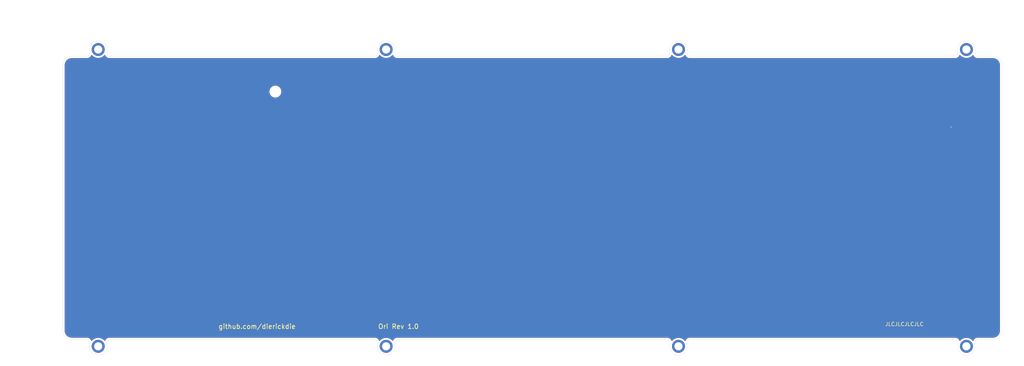
<source format=kicad_pcb>
(kicad_pcb (version 20171130) (host pcbnew "(5.1.10-1-10_14)")
  (layers (0 F.Cu signal) (31 B.Cu signal) (34 B.Paste user) (35 F.Paste user) (36 B.SilkS user) (37 F.SilkS user) (38 B.Mask user) (39 F.Mask user) (44 Edge.Cuts user))
  (net 0 "")
  (net 1 GND)
  (net 2 "Net-(D1-Pad1)")
  (module Keeb_footprints:D_SOD-123_modified (layer F.Cu) (at 389.36137 59.51884 180)
    (fp_text reference D1)
    (fp_text value DIODE)
    (pad 2 smd roundrect (at 1.65 0 180) (size 1 1.2) (layers F.Cu F.Paste F.Mask) (net 1 GND))
    (pad 1 smd roundrect (at -1.65 0 180) (size 1 1.2) (layers F.Cu F.Paste F.Mask) (net 2 "Net-(D1-Pad1)"))
  )
  (module random-keyboard-parts:Generic-Mounthole (layer F.Cu) (at 203.623474 49.993944)
    (fp_text reference H12)
    (fp_text value MountingHole)
    (pad "" np_thru_hole circle (at 0 0) (size 2.2 2.2) (drill 2.2) (layers *.Cu *.Mask))
  )
  (module random-keyboard-parts:Generic-Mounthole (layer F.Cu) (at 311.970354 118.454889)
    (fp_text reference H6)
    (fp_text value MountingHole)
    (pad 1 thru_hole circle (at 0 0) (size 3.5 3.5) (drill 2.2) (layers *.Cu *.Mask))
  )
  (module random-keyboard-parts:Generic-Mounthole (layer F.Cu) (at 311.970354 38.682951)
    (fp_text reference H5)
    (fp_text value MountingHole)
    (pad 1 thru_hole circle (at 0 0) (size 3.5 3.5) (drill 2.2) (layers *.Cu *.Mask))
  )
  (module random-keyboard-parts:Generic-Mounthole (layer F.Cu) (at 233.389042 118.454889)
    (fp_text reference H4)
    (fp_text value MountingHole)
    (pad 1 thru_hole circle (at 0 0) (size 3.5 3.5) (drill 2.2) (layers *.Cu *.Mask))
  )
  (module random-keyboard-parts:Generic-Mounthole (layer F.Cu) (at 233.389042 38.682951)
    (fp_text reference H3)
    (fp_text value MountingHole)
    (pad 1 thru_hole circle (at 0 0) (size 3.5 3.5) (drill 2.2) (layers *.Cu *.Mask))
  )
  (module random-keyboard-parts:Generic-Mounthole (layer F.Cu) (at 155.998322 118.454889)
    (fp_text reference H2)
    (fp_text value MountingHole)
    (pad 1 thru_hole circle (at 0 0) (size 3.5 3.5) (drill 2.2) (layers *.Cu *.Mask))
  )
  (module random-keyboard-parts:Generic-Mounthole (layer F.Cu) (at 155.998322 38.683016)
    (fp_text reference H1)
    (fp_text value MountingHole)
    (pad 1 thru_hole circle (at 0 0) (size 3.5 3.5) (drill 2.2) (layers *.Cu *.Mask))
  )
  (module Keeb_footprints:MX100_outline (layer F.Cu) (at 389.36137 69.04388)
    (fp_text reference U53)
    (fp_text value HOLE)
  )
  (module Keeb_footprints:MX100_outline (layer F.Cu) (at 389.33601 107.1567)
    (fp_text reference U61)
    (fp_text value HOLE)
  )
  (module Keeb_footprints:MX100_outline (layer F.Cu) (at 389.33601 50.00646)
    (fp_text reference U49)
    (fp_text value HOLE)
  )
  (module random-keyboard-parts:Generic-Mounthole (layer F.Cu) (at 389.360818 38.683016)
    (fp_text reference H7)
    (fp_text value MountingHole)
    (pad 1 thru_hole circle (at 0 0) (size 3.5 3.5) (drill 2.2) (layers *.Cu *.Mask))
  )
  (module Keeb_footprints:MX100_outline (layer F.Cu) (at 389.361002 88.10662)
    (fp_text reference U57)
    (fp_text value HOLE)
  )
  (module random-keyboard-parts:Generic-Mounthole (layer F.Cu) (at 389.360818 118.454824)
    (fp_text reference H8)
    (fp_text value MountingHole)
    (pad 1 thru_hole circle (at 0 0) (size 3.5 3.5) (drill 2.2) (layers *.Cu *.Mask))
  )
  (module Keeb_footprints:MX100_outline (layer F.Cu) (at 365.52341 107.1567)
    (fp_text reference U48)
    (fp_text value HOLE)
  )
  (module Keeb_footprints:MX100_outline (layer F.Cu) (at 346.47333 107.16)
    (fp_text reference U47)
    (fp_text value HOLE)
  )
  (module Keeb_footprints:MX100_outline (layer F.Cu) (at 327.42325 107.1567)
    (fp_text reference U46)
    (fp_text value HOLE)
  )
  (module Keeb_footprints:MX100_outline (layer F.Cu) (at 308.37317 107.1567)
    (fp_text reference U45)
    (fp_text value HOLE)
  )
  (module Keeb_footprints:MX100_outline (layer F.Cu) (at 289.32309 107.1567)
    (fp_text reference U44)
    (fp_text value HOLE)
  )
  (module Keeb_footprints:MX100_outline (layer F.Cu) (at 270.27301 107.1567)
    (fp_text reference U43)
    (fp_text value HOLE)
  )
  (module Keeb_footprints:MX100_outline (layer F.Cu) (at 251.22293 107.1567)
    (fp_text reference U42)
    (fp_text value HOLE)
  )
  (module Keeb_footprints:MX100_outline (layer F.Cu) (at 251.22293 88.10662)
    (fp_text reference U30)
    (fp_text value HOLE)
  )
  (module Keeb_footprints:MX100_outline (layer F.Cu) (at 232.17285 88.10662)
    (fp_text reference U29)
    (fp_text value HOLE)
  )
  (module Keeb_footprints:MX100_outline (layer F.Cu) (at 213.12277 88.10662)
    (fp_text reference U28)
    (fp_text value HOLE)
  )
  (module Keeb_footprints:MX100_outline (layer F.Cu) (at 194.07269 88.10662)
    (fp_text reference U27)
    (fp_text value HOLE)
  )
  (module Keeb_footprints:MX100_outline (layer F.Cu) (at 175.02261 88.10662)
    (fp_text reference U26)
    (fp_text value HOLE)
  )
  (module Keeb_footprints:MX100_outline (layer F.Cu) (at 155.97253 88.10662)
    (fp_text reference U25)
    (fp_text value HOLE)
  )
  (module Keeb_footprints:MX100_outline (layer F.Cu) (at 365.52341 69.05654)
    (fp_text reference U24)
    (fp_text value HOLE)
  )
  (module Keeb_footprints:MX100_outline (layer F.Cu) (at 232.17285 107.1567)
    (fp_text reference U41)
    (fp_text value HOLE)
  )
  (module Keeb_footprints:MX100_outline (layer F.Cu) (at 213.12277 107.1567)
    (fp_text reference U40)
    (fp_text value HOLE)
  )
  (module Keeb_footprints:MX100_outline (layer F.Cu) (at 194.07269 107.1567)
    (fp_text reference U39)
    (fp_text value HOLE)
  )
  (module Keeb_footprints:MX100_outline (layer F.Cu) (at 175.02261 107.1567)
    (fp_text reference U38)
    (fp_text value HOLE)
  )
  (module Keeb_footprints:MX100_outline (layer F.Cu) (at 155.97253 107.1567)
    (fp_text reference U37)
    (fp_text value HOLE)
  )
  (module Keeb_footprints:MX100_outline (layer F.Cu) (at 365.52341 88.10662)
    (fp_text reference U36)
    (fp_text value HOLE)
  )
  (module Keeb_footprints:MX100_outline (layer F.Cu) (at 346.47333 88.10662)
    (fp_text reference U35)
    (fp_text value HOLE)
  )
  (module Keeb_footprints:MX100_outline (layer F.Cu) (at 327.42325 88.10662)
    (fp_text reference U34)
    (fp_text value HOLE)
  )
  (module Keeb_footprints:MX100_outline (layer F.Cu) (at 308.37317 88.10662)
    (fp_text reference U33)
    (fp_text value HOLE)
  )
  (module Keeb_footprints:MX100_outline (layer F.Cu) (at 289.32309 88.10662)
    (fp_text reference U32)
    (fp_text value HOLE)
  )
  (module Keeb_footprints:MX100_outline (layer F.Cu) (at 270.27301 88.10662)
    (fp_text reference U31)
    (fp_text value HOLE)
  )
  (module Keeb_footprints:MX100_outline (layer F.Cu) (at 346.47333 69.05654)
    (fp_text reference U23)
    (fp_text value HOLE)
  )
  (module Keeb_footprints:MX100_outline (layer F.Cu) (at 327.42325 69.05654)
    (fp_text reference U22)
    (fp_text value HOLE)
  )
  (module Keeb_footprints:MX100_outline (layer F.Cu) (at 308.37317 69.05654)
    (fp_text reference U21)
    (fp_text value HOLE)
  )
  (module Keeb_footprints:MX100_outline (layer F.Cu) (at 289.32309 69.05654)
    (fp_text reference U20)
    (fp_text value HOLE)
  )
  (module Keeb_footprints:MX100_outline (layer F.Cu) (at 270.27301 69.05654)
    (fp_text reference U19)
    (fp_text value HOLE)
  )
  (module Keeb_footprints:MX100_outline (layer F.Cu) (at 251.22293 69.05654)
    (fp_text reference U18)
    (fp_text value HOLE)
  )
  (module Keeb_footprints:MX100_outline (layer F.Cu) (at 232.17285 69.05654)
    (fp_text reference U17)
    (fp_text value HOLE)
  )
  (module Keeb_footprints:MX100_outline (layer F.Cu) (at 213.12277 69.05654)
    (fp_text reference U16)
    (fp_text value HOLE)
  )
  (module Keeb_footprints:MX100_outline (layer F.Cu) (at 194.07269 69.05654)
    (fp_text reference U15)
    (fp_text value HOLE)
  )
  (module Keeb_footprints:MX100_outline (layer F.Cu) (at 175.02261 69.05654)
    (fp_text reference U14)
    (fp_text value HOLE)
  )
  (module Keeb_footprints:MX100_outline (layer F.Cu) (at 155.97253 69.05654)
    (fp_text reference U13)
    (fp_text value HOLE)
  )
  (module Keeb_footprints:MX100_outline (layer F.Cu) (at 365.52341 50.00646)
    (fp_text reference U12)
    (fp_text value HOLE)
  )
  (module Keeb_footprints:MX100_outline (layer F.Cu) (at 346.47333 50.00646)
    (fp_text reference U11)
    (fp_text value HOLE)
  )
  (module Keeb_footprints:MX100_outline (layer F.Cu) (at 327.42325 50.00646)
    (fp_text reference U10)
    (fp_text value HOLE)
  )
  (module Keeb_footprints:MX100_outline (layer F.Cu) (at 308.37317 50.00646)
    (fp_text reference U9)
    (fp_text value HOLE)
  )
  (module Keeb_footprints:MX100_outline (layer F.Cu) (at 289.32309 50.00646)
    (fp_text reference U8)
    (fp_text value HOLE)
  )
  (module Keeb_footprints:MX100_outline (layer F.Cu) (at 270.27301 50.00646)
    (fp_text reference U7)
    (fp_text value HOLE)
  )
  (module Keeb_footprints:MX100_outline (layer F.Cu) (at 251.22293 50.00646)
    (fp_text reference U6)
    (fp_text value HOLE)
  )
  (module Keeb_footprints:MX100_outline (layer F.Cu) (at 232.17285 50.00646)
    (fp_text reference U5)
    (fp_text value HOLE)
  )
  (module Keeb_footprints:MX100_outline (layer F.Cu) (at 213.12277 50.00646)
    (fp_text reference U4)
    (fp_text value HOLE)
  )
  (module Keeb_footprints:MX100_outline (layer F.Cu) (at 194.07269 50.00646)
    (fp_text reference U3)
    (fp_text value HOLE)
  )
  (module Keeb_footprints:MX100_outline (layer F.Cu) (at 175.02261 50.00646)
    (fp_text reference U2)
    (fp_text value HOLE)
  )
  (module Keeb_footprints:MX100_outline (layer F.Cu) (at 155.97253 50.00646)
    (fp_text reference U1)
    (fp_text value HOLE)
  )
  (gr_line (start 235.77051 117.264265) (end 235.77051 118.454889) (layer Edge.Cuts) (width 0.05))
  (gr_line (start 231.008006 117.264265) (end 231.008006 118.454889) (layer Edge.Cuts) (width 0.05))
  (gr_line (start 158.379763 117.264329) (end 158.379763 118.454953) (layer Edge.Cuts) (width 0.05))
  (gr_line (start 153.617259 117.264329) (end 153.617259 118.454953) (layer Edge.Cuts) (width 0.05))
  (gr_line (start 314.351795 117.264329) (end 314.351795 118.454953) (layer Edge.Cuts) (width 0.05))
  (gr_line (start 309.589291 117.264329) (end 309.589291 118.454953) (layer Edge.Cuts) (width 0.05))
  (gr_line (start 391.742254 117.264265) (end 391.742254 118.454889) (layer Edge.Cuts) (width 0.05))
  (gr_line (start 386.97975 117.264265) (end 386.97975 118.454889) (layer Edge.Cuts) (width 0.05))
  (gr_line (start 391.741886 38.682951) (end 391.741886 39.873575) (layer Edge.Cuts) (width 0.05))
  (gr_line (start 386.979382 38.682951) (end 386.979382 39.873575) (layer Edge.Cuts) (width 0.05))
  (gr_line (start 314.351326 38.682951) (end 314.351326 39.873575) (layer Edge.Cuts) (width 0.05))
  (gr_line (start 309.588822 38.682951) (end 309.588822 39.873575) (layer Edge.Cuts) (width 0.05))
  (gr_line (start 231.007638 38.682951) (end 231.007638 39.873575) (layer Edge.Cuts) (width 0.05))
  (gr_line (start 235.770142 38.682951) (end 235.770142 39.873575) (layer Edge.Cuts) (width 0.05))
  (gr_line (start 153.617078 38.683016) (end 153.617078 39.873575) (layer Edge.Cuts) (width 0.05))
  (gr_line (start 158.379582 38.683016) (end 158.379582 39.873575) (layer Edge.Cuts) (width 0.05))
  (gr_line (start 392.337567 116.668952) (end 396.50515 116.66908) (layer Edge.Cuts) (width 0.05))
  (gr_line (start 314.947108 116.669016) (end 386.384437 116.668952) (layer Edge.Cuts) (width 0.05))
  (gr_line (start 236.365823 116.668952) (end 308.993978 116.669016) (layer Edge.Cuts) (width 0.05))
  (gr_line (start 158.975076 116.669016) (end 230.412693 116.668952) (layer Edge.Cuts) (width 0.05))
  (gr_line (start 148.85411 116.66908) (end 153.021946 116.669016) (layer Edge.Cuts) (width 0.05))
  (gr_line (start 146.47285 42.85002) (end 146.47285 114.28782) (layer Edge.Cuts) (width 0.05))
  (gr_line (start 153.021765 40.468888) (end 148.85411 40.46876) (layer Edge.Cuts) (width 0.05))
  (gr_line (start 230.412325 40.468888) (end 158.974895 40.468888) (layer Edge.Cuts) (width 0.05))
  (gr_line (start 308.993509 40.468888) (end 236.365455 40.468888) (layer Edge.Cuts) (width 0.05))
  (gr_line (start 386.384069 40.468888) (end 314.946639 40.468888) (layer Edge.Cuts) (width 0.05))
  (gr_line (start 396.50515 40.46876) (end 392.337199 40.468888) (layer Edge.Cuts) (width 0.05))
  (gr_line (start 398.88641 114.28782) (end 398.88641 42.85002) (layer Edge.Cuts) (width 0.05))
  (gr_arc (start 389.360634 38.682951) (end 391.741886 38.682951) (angle -180) (layer Edge.Cuts) (width 0.05))
  (gr_arc (start 392.337199 39.873575) (end 391.741886 39.873575) (angle -90) (layer Edge.Cuts) (width 0.05))
  (gr_arc (start 386.384069 39.873575) (end 386.384069 40.468888) (angle -90) (layer Edge.Cuts) (width 0.05))
  (gr_arc (start 311.970074 38.682951) (end 314.351326 38.682951) (angle -180) (layer Edge.Cuts) (width 0.05))
  (gr_arc (start 314.946639 39.873575) (end 314.351326 39.873575) (angle -90) (layer Edge.Cuts) (width 0.05))
  (gr_arc (start 308.993509 39.873575) (end 308.993509 40.468888) (angle -90) (layer Edge.Cuts) (width 0.05))
  (gr_arc (start 233.38889 38.682951) (end 235.770142 38.682951) (angle -180) (layer Edge.Cuts) (width 0.05))
  (gr_arc (start 236.365455 39.873575) (end 235.770142 39.873575) (angle -90) (layer Edge.Cuts) (width 0.05))
  (gr_arc (start 230.412325 39.873575) (end 230.412325 40.468888) (angle -90) (layer Edge.Cuts) (width 0.05))
  (gr_arc (start 155.99833 38.683016) (end 158.379582 38.683016) (angle -180) (layer Edge.Cuts) (width 0.05))
  (gr_arc (start 158.974895 39.873575) (end 158.379582 39.873575) (angle -90) (layer Edge.Cuts) (width 0.05))
  (gr_arc (start 153.021765 39.873575) (end 153.021765 40.468888) (angle -90) (layer Edge.Cuts) (width 0.05))
  (gr_arc (start 155.998511 118.454953) (end 153.617259 118.454953) (angle -180) (layer Edge.Cuts) (width 0.05))
  (gr_arc (start 153.021946 117.264329) (end 153.617259 117.264329) (angle -90) (layer Edge.Cuts) (width 0.05))
  (gr_arc (start 158.975076 117.264329) (end 158.975076 116.669016) (angle -90) (layer Edge.Cuts) (width 0.05))
  (gr_arc (start 233.389258 118.454889) (end 231.008006 118.454889) (angle -180) (layer Edge.Cuts) (width 0.05))
  (gr_arc (start 230.412693 117.264265) (end 231.008006 117.264265) (angle -90) (layer Edge.Cuts) (width 0.05))
  (gr_arc (start 236.365823 117.264265) (end 236.365823 116.668952) (angle -90) (layer Edge.Cuts) (width 0.05))
  (gr_arc (start 311.970543 118.454953) (end 309.589291 118.454953) (angle -180) (layer Edge.Cuts) (width 0.05))
  (gr_arc (start 308.993978 117.264329) (end 309.589291 117.264329) (angle -90) (layer Edge.Cuts) (width 0.05))
  (gr_arc (start 314.947108 117.264329) (end 314.947108 116.669016) (angle -90) (layer Edge.Cuts) (width 0.05))
  (gr_arc (start 389.361002 118.454889) (end 386.97975 118.454889) (angle -180) (layer Edge.Cuts) (width 0.05))
  (gr_arc (start 392.337567 117.264265) (end 392.337567 116.668952) (angle -90) (layer Edge.Cuts) (width 0.05))
  (gr_arc (start 386.384437 117.264265) (end 386.97975 117.264265) (angle -90) (layer Edge.Cuts) (width 0.05))
  (gr_arc (start 396.50515 42.85002) (end 398.88641 42.85002) (angle -90) (layer Edge.Cuts) (width 0.05))
  (gr_arc (start 396.50515 114.28782) (end 396.50515 116.66908) (angle -90) (layer Edge.Cuts) (width 0.05))
  (gr_arc (start 148.85411 114.28782) (end 146.47285 114.28782) (angle -90) (layer Edge.Cuts) (width 0.05))
  (gr_arc (start 148.85411 42.85002) (end 148.85411 40.46876) (angle -90) (layer Edge.Cuts) (width 0.05))
  (gr_text JLCJLCJLCJLC (at 372.692082 112.501704) (layer F.SilkS) (effects (font (size 1 1))))
  (gr_text github.com/dierickdie (at 198.702248 113.136076) (layer F.SilkS) (effects (font (size 1.25 1.25) (thickness 0.2))))
  (gr_text "Ori Rev 1.0" (at 236.702148 113.136076) (layer F.SilkS) (effects (font (size 1.25 1.25) (thickness 0.2))))
  (via (at 385.194165 59.51884) (size 0.5) (drill 0.25) (layers F.Cu B.Cu) (net 1))
  (segment (start 387.71137 59.51884) (end 385.194165 59.51884) (width 0.25) (layer F.Cu) (net 1))
  (zone (net 1) (net_name GND) (layer B.Cu) (connect_pads (clearance 0.508)) (min_thickness 0.254) (fill yes (arc_segments 32) (thermal_gap 0.508) (thermal_bridge_width 0.508))
    (polygon (pts (xy 404.83956 34.51561) (xy 404.83956 123.81286) (xy 142.90096 123.81286) (xy 142.90096 34.51561)))
  )
  (zone (net 1) (net_name GND) (layer F.Cu) (connect_pads (clearance 0.508)) (min_thickness 0.254) (fill yes (arc_segments 32) (thermal_gap 0.508) (thermal_bridge_width 0.508))
    (polygon (pts (xy 404.83956 34.51561) (xy 404.83956 123.81286) (xy 142.90096 123.81286) (xy 142.90096 34.51561)))
  )
)
</source>
